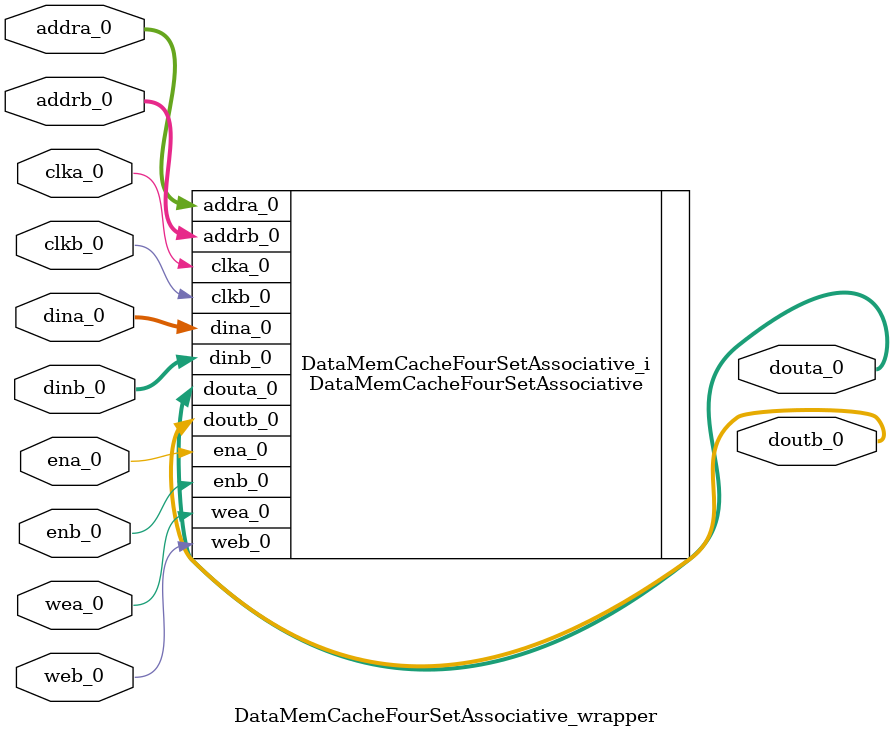
<source format=v>
`timescale 1 ps / 1 ps

module DataMemCacheFourSetAssociative_wrapper
   (addra_0,
    addrb_0,
    clka_0,
    clkb_0,
    dina_0,
    dinb_0,
    douta_0,
    doutb_0,
    ena_0,
    enb_0,
    wea_0,
    web_0);
  input [3:0]addra_0;
  input [3:0]addrb_0;
  input clka_0;
  input clkb_0;
  input [135:0]dina_0;
  input [135:0]dinb_0;
  output [135:0]douta_0;
  output [135:0]doutb_0;
  input ena_0;
  input enb_0;
  input [0:0]wea_0;
  input [0:0]web_0;

  wire [3:0]addra_0;
  wire [3:0]addrb_0;
  wire clka_0;
  wire clkb_0;
  wire [135:0]dina_0;
  wire [135:0]dinb_0;
  wire [135:0]douta_0;
  wire [135:0]doutb_0;
  wire ena_0;
  wire enb_0;
  wire [0:0]wea_0;
  wire [0:0]web_0;

  DataMemCacheFourSetAssociative DataMemCacheFourSetAssociative_i
       (.addra_0(addra_0),
        .addrb_0(addrb_0),
        .clka_0(clka_0),
        .clkb_0(clkb_0),
        .dina_0(dina_0),
        .dinb_0(dinb_0),
        .douta_0(douta_0),
        .doutb_0(doutb_0),
        .ena_0(ena_0),
        .enb_0(enb_0),
        .wea_0(wea_0),
        .web_0(web_0));
endmodule

</source>
